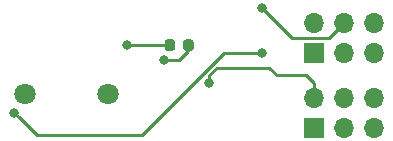
<source format=gbr>
G04 #@! TF.GenerationSoftware,KiCad,Pcbnew,(5.1.5)-3*
G04 #@! TF.CreationDate,2020-03-24T14:08:44+01:00*
G04 #@! TF.ProjectId,RiserBoard,52697365-7242-46f6-9172-642e6b696361,v0.0*
G04 #@! TF.SameCoordinates,Original*
G04 #@! TF.FileFunction,Copper,L2,Bot*
G04 #@! TF.FilePolarity,Positive*
%FSLAX46Y46*%
G04 Gerber Fmt 4.6, Leading zero omitted, Abs format (unit mm)*
G04 Created by KiCad (PCBNEW (5.1.5)-3) date 2020-03-24 14:08:44*
%MOMM*%
%LPD*%
G04 APERTURE LIST*
%ADD10C,1.800000*%
%ADD11R,1.700000X1.700000*%
%ADD12O,1.700000X1.700000*%
%ADD13C,0.100000*%
%ADD14C,0.800000*%
%ADD15C,0.250000*%
G04 APERTURE END LIST*
D10*
X136865000Y-91805500D03*
X129865000Y-91805500D03*
D11*
X154305000Y-94615000D03*
D12*
X154305000Y-92075000D03*
X156845000Y-94615000D03*
X156845000Y-92075000D03*
X159385000Y-94615000D03*
X159385000Y-92075000D03*
X159385000Y-85725000D03*
X159385000Y-88265000D03*
X156845000Y-85725000D03*
X156845000Y-88265000D03*
X154305000Y-85725000D03*
D11*
X154305000Y-88265000D03*
G04 #@! TA.AperFunction,SMDPad,CuDef*
D13*
G36*
X142327691Y-87156053D02*
G01*
X142348926Y-87159203D01*
X142369750Y-87164419D01*
X142389962Y-87171651D01*
X142409368Y-87180830D01*
X142427781Y-87191866D01*
X142445024Y-87204654D01*
X142460930Y-87219070D01*
X142475346Y-87234976D01*
X142488134Y-87252219D01*
X142499170Y-87270632D01*
X142508349Y-87290038D01*
X142515581Y-87310250D01*
X142520797Y-87331074D01*
X142523947Y-87352309D01*
X142525000Y-87373750D01*
X142525000Y-87886250D01*
X142523947Y-87907691D01*
X142520797Y-87928926D01*
X142515581Y-87949750D01*
X142508349Y-87969962D01*
X142499170Y-87989368D01*
X142488134Y-88007781D01*
X142475346Y-88025024D01*
X142460930Y-88040930D01*
X142445024Y-88055346D01*
X142427781Y-88068134D01*
X142409368Y-88079170D01*
X142389962Y-88088349D01*
X142369750Y-88095581D01*
X142348926Y-88100797D01*
X142327691Y-88103947D01*
X142306250Y-88105000D01*
X141868750Y-88105000D01*
X141847309Y-88103947D01*
X141826074Y-88100797D01*
X141805250Y-88095581D01*
X141785038Y-88088349D01*
X141765632Y-88079170D01*
X141747219Y-88068134D01*
X141729976Y-88055346D01*
X141714070Y-88040930D01*
X141699654Y-88025024D01*
X141686866Y-88007781D01*
X141675830Y-87989368D01*
X141666651Y-87969962D01*
X141659419Y-87949750D01*
X141654203Y-87928926D01*
X141651053Y-87907691D01*
X141650000Y-87886250D01*
X141650000Y-87373750D01*
X141651053Y-87352309D01*
X141654203Y-87331074D01*
X141659419Y-87310250D01*
X141666651Y-87290038D01*
X141675830Y-87270632D01*
X141686866Y-87252219D01*
X141699654Y-87234976D01*
X141714070Y-87219070D01*
X141729976Y-87204654D01*
X141747219Y-87191866D01*
X141765632Y-87180830D01*
X141785038Y-87171651D01*
X141805250Y-87164419D01*
X141826074Y-87159203D01*
X141847309Y-87156053D01*
X141868750Y-87155000D01*
X142306250Y-87155000D01*
X142327691Y-87156053D01*
G37*
G04 #@! TD.AperFunction*
G04 #@! TA.AperFunction,SMDPad,CuDef*
G36*
X143902691Y-87156053D02*
G01*
X143923926Y-87159203D01*
X143944750Y-87164419D01*
X143964962Y-87171651D01*
X143984368Y-87180830D01*
X144002781Y-87191866D01*
X144020024Y-87204654D01*
X144035930Y-87219070D01*
X144050346Y-87234976D01*
X144063134Y-87252219D01*
X144074170Y-87270632D01*
X144083349Y-87290038D01*
X144090581Y-87310250D01*
X144095797Y-87331074D01*
X144098947Y-87352309D01*
X144100000Y-87373750D01*
X144100000Y-87886250D01*
X144098947Y-87907691D01*
X144095797Y-87928926D01*
X144090581Y-87949750D01*
X144083349Y-87969962D01*
X144074170Y-87989368D01*
X144063134Y-88007781D01*
X144050346Y-88025024D01*
X144035930Y-88040930D01*
X144020024Y-88055346D01*
X144002781Y-88068134D01*
X143984368Y-88079170D01*
X143964962Y-88088349D01*
X143944750Y-88095581D01*
X143923926Y-88100797D01*
X143902691Y-88103947D01*
X143881250Y-88105000D01*
X143443750Y-88105000D01*
X143422309Y-88103947D01*
X143401074Y-88100797D01*
X143380250Y-88095581D01*
X143360038Y-88088349D01*
X143340632Y-88079170D01*
X143322219Y-88068134D01*
X143304976Y-88055346D01*
X143289070Y-88040930D01*
X143274654Y-88025024D01*
X143261866Y-88007781D01*
X143250830Y-87989368D01*
X143241651Y-87969962D01*
X143234419Y-87949750D01*
X143229203Y-87928926D01*
X143226053Y-87907691D01*
X143225000Y-87886250D01*
X143225000Y-87373750D01*
X143226053Y-87352309D01*
X143229203Y-87331074D01*
X143234419Y-87310250D01*
X143241651Y-87290038D01*
X143250830Y-87270632D01*
X143261866Y-87252219D01*
X143274654Y-87234976D01*
X143289070Y-87219070D01*
X143304976Y-87204654D01*
X143322219Y-87191866D01*
X143340632Y-87180830D01*
X143360038Y-87171651D01*
X143380250Y-87164419D01*
X143401074Y-87159203D01*
X143422309Y-87156053D01*
X143443750Y-87155000D01*
X143881250Y-87155000D01*
X143902691Y-87156053D01*
G37*
G04 #@! TD.AperFunction*
D14*
X145415000Y-90805000D03*
X141605000Y-88900000D03*
X138430000Y-87630000D03*
X128905000Y-93345000D03*
X149860000Y-88265000D03*
X149860000Y-84455000D03*
D15*
X154305000Y-90872919D02*
X153602081Y-90170000D01*
X154305000Y-92075000D02*
X154305000Y-90872919D01*
X153602081Y-90170000D02*
X151130000Y-90170000D01*
X151130000Y-90170000D02*
X150495000Y-89535000D01*
X150495000Y-89535000D02*
X146050000Y-89535000D01*
X146050000Y-89535000D02*
X145415000Y-90170000D01*
X145415000Y-90170000D02*
X145415000Y-90805000D01*
X142867500Y-88900000D02*
X141605000Y-88900000D01*
X143662500Y-87630000D02*
X143662500Y-88105000D01*
X143662500Y-88105000D02*
X142867500Y-88900000D01*
X142087500Y-87630000D02*
X138430000Y-87630000D01*
X139700000Y-95250000D02*
X130810000Y-95250000D01*
X144964991Y-89985009D02*
X139700000Y-95250000D01*
X129304999Y-93744999D02*
X128905000Y-93345000D01*
X130810000Y-95250000D02*
X129304999Y-93744999D01*
X144964991Y-89983599D02*
X144964991Y-89985009D01*
X146683590Y-88265000D02*
X144964991Y-89983599D01*
X149860000Y-88265000D02*
X146683590Y-88265000D01*
X156845000Y-85725000D02*
X155575000Y-86995000D01*
X155575000Y-86995000D02*
X152400000Y-86995000D01*
X152400000Y-86995000D02*
X149860000Y-84455000D01*
M02*

</source>
